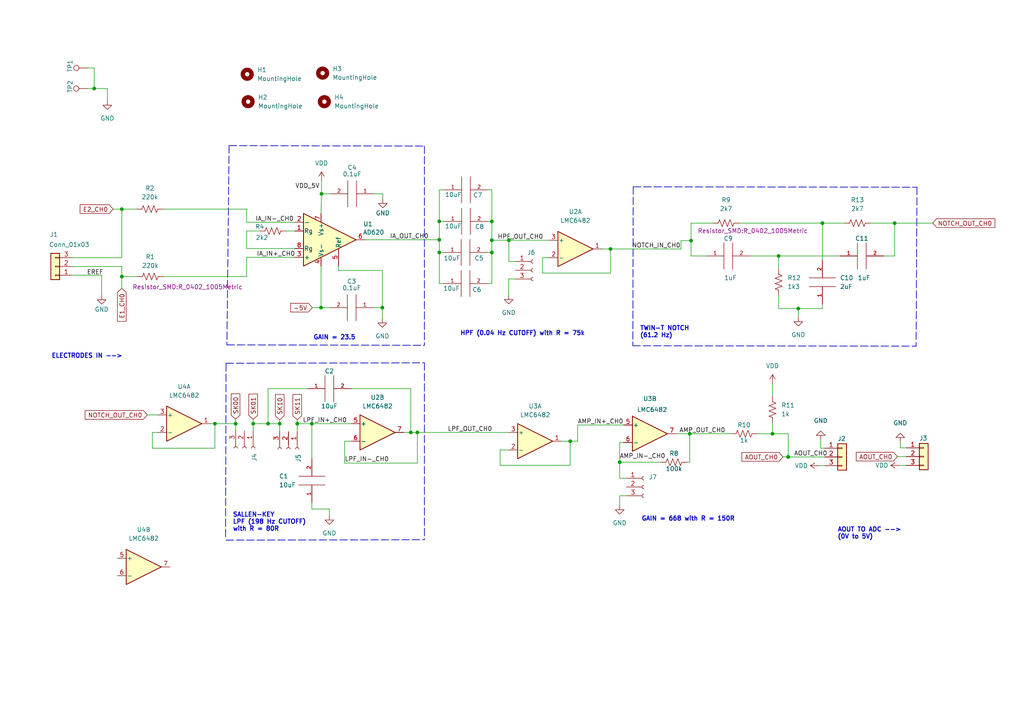
<source format=kicad_sch>
(kicad_sch (version 20211123) (generator eeschema)
  (paper "A4")
  (lib_symbols
    (symbol "Amplifier_Instrumentation:AD620" (pin_names (offset 0.127))
      (property "Reference" "U" (at 3.81 7.62 0))
      (property "Value" "AD620" (at 5.08 5.08 0))
      (symbol "AD620_0_1"
        (polyline (pts (xy -7.62 7.62) (xy -7.62 -7.62) (xy 7.62 0) (xy -7.62 7.62)) (stroke (width 0.254)) (fill (type background)))
      )
      (symbol "AD620_1_1"
        (pin passive line (at -10.16 2.54 0) (length 2.54) (name "Rg") (number "1"))
        (pin input line (at -10.16 5.08 0) (length 2.54) (name "-") (number "2"))
        (pin input line (at -10.16 -5.08 0) (length 2.54) (name "+") (number "3"))
        (pin power_in line (at -2.54 -7.62 90) (length 2.54) (name "Vs-") (number "4"))
        (pin passive line (at 2.54 -7.62 90) (length 5.08) (name "Ref") (number "5"))
        (pin output line (at 10.16 0 180) (length 2.54) (name "~") (number "6"))
        (pin power_in line (at -2.54 7.62 270) (length 2.54) (name "Vs+") (number "7"))
        (pin passive line (at -10.16 -2.54 0) (length 2.54) (name "Rg") (number "8"))
      )
    )
    (symbol "Amplifier_Operational:LMC6482" (pin_names (offset 0.127))
      (property "Reference" "U" (at 0 5.08 0))
      (property "Value" "LMC6482" (at 0 -5.08 0))
      (symbol "LMC6482_1_1"
        (polyline (pts (xy -5.08 5.08) (xy 5.08 0) (xy -5.08 -5.08) (xy -5.08 5.08)) (stroke (width 0.254)) (fill (type background)))
        (pin output line (at 7.62 0 180) (length 2.54) (name "~") (number "1"))
        (pin input line (at -7.62 -2.54 0) (length 2.54) (name "-") (number "2"))
        (pin input line (at -7.62 2.54 0) (length 2.54) (name "+") (number "3"))
      )
      (symbol "LMC6482_2_1"
        (polyline (pts (xy -5.08 5.08) (xy 5.08 0) (xy -5.08 -5.08) (xy -5.08 5.08)) (stroke (width 0.254)) (fill (type background)))
        (pin input line (at -7.62 2.54 0) (length 2.54) (name "+") (number "5"))
        (pin input line (at -7.62 -2.54 0) (length 2.54) (name "-") (number "6"))
        (pin output line (at 7.62 0 180) (length 2.54) (name "~") (number "7"))
      )
      (symbol "LMC6482_3_1"
        (pin power_in line (at -2.54 -7.62 90) (length 3.81) (name "V-") (number "4"))
        (pin power_in line (at -2.54 7.62 270) (length 3.81) (name "V+") (number "8"))
      )
    )
    (symbol "Connector:Conn_01x03_Female" (pin_names (offset 1.016) hide)
      (property "Reference" "J" (at 0 5.08 0))
      (property "Value" "Conn_01x03_Female" (at 0 -5.08 0))
      (symbol "Conn_01x03_Female_1_1"
        (arc (start 0 -2.032) (mid -0.508 -2.54) (end 0 -3.048) (stroke (width 0.1524)))
        (polyline (pts (xy -1.27 -2.54) (xy -0.508 -2.54)) (stroke (width 0.1524)))
        (polyline (pts (xy -1.27 0) (xy -0.508 0)) (stroke (width 0.1524)))
        (polyline (pts (xy -1.27 2.54) (xy -0.508 2.54)) (stroke (width 0.1524)))
        (arc (start 0 0.508) (mid -0.508 0) (end 0 -0.508) (stroke (width 0.1524)))
        (arc (start 0 3.048) (mid -0.508 2.54) (end 0 2.032) (stroke (width 0.1524)))
        (pin passive line (at -5.08 2.54 0) (length 3.81) (name "Pin_1") (number "1"))
        (pin passive line (at -5.08 0 0) (length 3.81) (name "Pin_2") (number "2"))
        (pin passive line (at -5.08 -2.54 0) (length 3.81) (name "Pin_3") (number "3"))
      )
    )
    (symbol "Connector:TestPoint" (pin_numbers hide) (pin_names (offset 0.762) hide)
      (property "Reference" "TP" (at 0 6.858 0))
      (property "Value" "TestPoint" (at 0 5.08 0))
      (symbol "TestPoint_0_1"
        (circle (center 0 3.302) (radius 0.762))
      )
      (symbol "TestPoint_1_1"
        (pin passive line (at 0 0 90) (length 2.54) (name "1") (number "1"))
      )
    )
    (symbol "Connector_Generic:Conn_01x03" (pin_names (offset 1.016) hide)
      (property "Reference" "J" (at 0 5.08 0))
      (property "Value" "Conn_01x03" (at 0 -5.08 0))
      (symbol "Conn_01x03_1_1"
        (rectangle (start -1.27 -2.413) (end 0 -2.667) (stroke (width 0.1524)))
        (rectangle (start -1.27 0.127) (end 0 -0.127) (stroke (width 0.1524)))
        (rectangle (start -1.27 2.667) (end 0 2.413) (stroke (width 0.1524)))
        (rectangle (start -1.27 3.81) (end 1.27 -3.81) (stroke (width 0.254)) (fill (type background)))
        (pin passive line (at -5.08 2.54 0) (length 3.81) (name "Pin_1") (number "1"))
        (pin passive line (at -5.08 0 0) (length 3.81) (name "Pin_2") (number "2"))
        (pin passive line (at -5.08 -2.54 0) (length 3.81) (name "Pin_3") (number "3"))
      )
    )
    (symbol "Device:R_US" (pin_numbers hide) (pin_names (offset 0))
      (property "Reference" "R" (at 2.54 0 90))
      (property "Value" "R_US" (at -2.54 0 90))
      (symbol "R_US_0_1"
        (polyline (pts (xy 0 -2.286) (xy 0 -2.54)))
        (polyline (pts (xy 0 2.286) (xy 0 2.54)))
        (polyline (pts (xy 0 -0.762) (xy 1.016 -1.143) (xy 0 -1.524) (xy -1.016 -1.905) (xy 0 -2.286)))
        (polyline (pts (xy 0 0.762) (xy 1.016 0.381) (xy 0 0) (xy -1.016 -0.381) (xy 0 -0.762)))
        (polyline (pts (xy 0 2.286) (xy 1.016 1.905) (xy 0 1.524) (xy -1.016 1.143) (xy 0 0.762)))
      )
      (symbol "R_US_1_1"
        (pin passive line (at 0 3.81 270) (length 1.27) (name "~") (number "1"))
        (pin passive line (at 0 -3.81 90) (length 1.27) (name "~") (number "2"))
      )
    )
    (symbol "Mechanical:MountingHole" (pin_names (offset 1.016))
      (property "Reference" "H" (at 0 5.08 0))
      (property "Value" "MountingHole" (at 0 3.175 0))
      (symbol "MountingHole_0_1"
        (circle (center 0 0) (radius 1.27) (stroke (width 1.27)))
      )
    )
    (symbol "power:GND" (power) (pin_names (offset 0))
      (property "Value" "GND" (at 0 -3.81 0))
      (symbol "GND_0_1"
        (polyline (pts (xy 0 0) (xy 0 -1.27) (xy 1.27 -1.27) (xy 0 -2.54) (xy -1.27 -1.27) (xy 0 -1.27)))
      )
      (symbol "GND_1_1"
        (pin power_in line (at 0 0 270) (length 0) hide (name "GND") (number "1"))
      )
    )
    (symbol "power:VDD" (power) (pin_names (offset 0))
      (property "Value" "VDD" (at 0 3.81 0))
      (symbol "VDD_0_1"
        (polyline (pts (xy -0.762 1.27) (xy 0 2.54)))
        (polyline (pts (xy 0 0) (xy 0 2.54)))
        (polyline (pts (xy 0 2.54) (xy 0.762 1.27)))
      )
      (symbol "VDD_1_1"
        (pin power_in line (at 0 0 90) (length 0) hide (name "VDD") (number "1"))
      )
    )
    (symbol "pspice:C" (pin_names (offset 0.254))
      (property "Reference" "C" (at 2.54 3.81 90))
      (property "Value" "C" (at 2.54 -3.81 90))
      (symbol "C_0_1"
        (polyline (pts (xy -3.81 -1.27) (xy 3.81 -1.27)))
        (polyline (pts (xy -3.81 1.27) (xy 3.81 1.27)))
      )
      (symbol "C_1_1"
        (pin passive line (at 0 6.35 270) (length 5.08) (name "~") (number "1"))
        (pin passive line (at 0 -6.35 90) (length 5.08) (name "~") (number "2"))
      )
    )
  )
  (junction (at 423.9006 105.4608))
  (junction (at 35.3314 60.6552))
  (junction (at 231.5464 89.4842))
  (junction (at 200.4314 69.7992))
  (junction (at 341.2236 81.5086))
  (junction (at 119.1514 125.4252))
  (junction (at 27.3304 25.6794))
  (junction (at 259.4864 64.7192))
  (junction (at 228.6 132.5372))
  (junction (at 423.8752 105.4608))
  (junction (at 423.8752 79.5528))
  (junction (at 86.2076 122.8852))
  (junction (at 177.0634 72.2122))
  (junction (at 376.1486 108.8136))
  (junction (at 127.4064 64.2112))
  (junction (at 93.1164 89.2302))
  (junction (at 142.6464 73.2282))
  (junction (at 228.6 132.5118))
  (junction (at 35.3314 80.2132))
  (junction (at 200.0504 125.8062))
  (junction (at 90.4494 122.8852))
  (junction (at 127.4064 69.5452))
  (junction (at 165.3794 127.9652))
  (junction (at 127.4064 73.2282))
  (junction (at 179.7304 134.0612))
  (junction (at 68.3514 122.8852))
  (junction (at 376.1486 81.5086))
  (junction (at 121.0564 125.4252))
  (junction (at 110.8964 89.2302))
  (junction (at 81.1276 122.8852))
  (junction (at 62.3316 122.8852))
  (junction (at 224.0534 125.8062))
  (junction (at 73.4314 122.8852))
  (junction (at 142.6464 64.2112))
  (junction (at 238.5314 64.7192))
  (junction (at 142.6464 69.6722))
  (junction (at 77.7494 122.8852))
  (junction (at 225.8314 74.2442))
  (junction (at 93.2434 56.2102))
  (junction (at 147.5994 69.6722))
  (junction (at 341.2236 108.8136))
  (wire (pts (xy 423.9006 120.7008) (xy 423.9006 122.6058)))
  (wire (pts (xy 35.3314 80.2132) (xy 39.7764 80.2132)))
  (wire (pts (xy 121.0564 125.4252) (xy 147.5994 125.4252)))
  (wire (pts (xy 119.1514 112.7252) (xy 119.1514 125.4252)))
  (wire (pts (xy 95.5294 147.6502) (xy 95.5294 149.5552)))
  (wire (pts (xy 98.1964 77.1652) (xy 98.1964 78.4352)))
  (wire (pts (xy 35.3314 60.6552) (xy 39.6494 60.6552)))
  (wire (pts (xy 145.0594 130.5052) (xy 145.0594 134.9502)))
  (wire (pts (xy 119.1514 125.4252) (xy 121.0564 125.4252)))
  (wire (pts (xy 127.4064 69.5452) (xy 127.4064 73.2282)))
  (wire (pts (xy 31.1404 29.2354) (xy 31.1404 25.6794)))
  (wire (pts (xy 21.1074 79.8322) (xy 29.4894 79.8322)))
  (wire (pts (xy 127.4064 73.2282) (xy 127.4064 82.2452)))
  (wire (pts (xy 77.7494 112.7252) (xy 89.1794 112.7252)))
  (wire (pts (xy 225.8314 89.4842) (xy 231.5464 89.4842)))
  (polyline (pts (xy 123.0884 105.2322) (xy 123.0884 156.5402)) (stroke (width 0.2)))
  (wire (pts (xy 197.5104 69.7992) (xy 200.4314 69.7992)))
  (polyline (pts (xy 183.6674 54.1782) (xy 265.9634 54.3052)) (stroke (width 0.2)))
  (wire (pts (xy 127.4064 64.2112) (xy 128.8034 64.2112)))
  (wire (pts (xy 228.6 132.5118) (xy 228.6 132.5372)))
  (wire (pts (xy 86.2076 121.7422) (xy 86.2076 122.8852)))
  (wire (pts (xy 44.196 129.9972) (xy 62.3316 129.9972)))
  (wire (pts (xy 142.6464 55.0672) (xy 142.6464 64.2112)))
  (wire (pts (xy 73.4314 122.8852) (xy 77.7494 122.8852)))
  (wire (pts (xy 157.3784 79.1972) (xy 177.0634 79.1972)))
  (wire (pts (xy 200.0504 134.0612) (xy 200.0504 125.8062)))
  (wire (pts (xy 423.9006 105.4608) (xy 423.8752 105.4608)))
  (wire (pts (xy 90.4494 122.8852) (xy 101.8794 122.8852)))
  (wire (pts (xy 141.5034 64.2112) (xy 142.6464 64.2112)))
  (wire (pts (xy 332.3336 81.5086) (xy 341.2236 81.5086)))
  (wire (pts (xy 199.2884 134.0612) (xy 200.0504 134.0612)))
  (wire (pts (xy 159.2834 74.7522) (xy 157.3784 74.7522)))
  (wire (pts (xy 214.4014 64.7192) (xy 238.5314 64.7192)))
  (wire (pts (xy 259.4864 74.2442) (xy 259.4864 64.7192)))
  (wire (pts (xy 423.9006 108.0008) (xy 423.9006 105.4608)))
  (polyline (pts (xy 66.4464 42.2402) (xy 123.0884 42.3672)) (stroke (width 0.2)))
  (wire (pts (xy 35.3314 60.6552) (xy 35.3314 74.7522)))
  (wire (pts (xy 25.4254 19.7104) (xy 27.3304 19.7104)))
  (wire (pts (xy 142.6464 73.2282) (xy 142.6464 82.2452)))
  (wire (pts (xy 260.9088 134.9756) (xy 262.8392 134.9756)))
  (wire (pts (xy 71.5264 67.0052) (xy 71.5264 72.0852)))
  (wire (pts (xy 68.3514 124.9426) (xy 68.3514 122.8852)))
  (wire (pts (xy 90.4494 122.8852) (xy 90.4494 133.0452)))
  (wire (pts (xy 142.6464 64.2112) (xy 142.6464 69.6722)))
  (wire (pts (xy 225.8314 74.2442) (xy 243.6114 74.2442)))
  (wire (pts (xy 147.5486 80.9244) (xy 147.5486 85.598)))
  (polyline (pts (xy 65.5574 105.3592) (xy 123.0884 105.2322)) (stroke (width 0.2)))
  (wire (pts (xy 141.3764 73.2282) (xy 142.6464 73.2282)))
  (wire (pts (xy 27.3304 25.6794) (xy 25.4254 25.6794)))
  (wire (pts (xy 341.2236 79.6036) (xy 341.2236 81.5086)))
  (wire (pts (xy 141.5034 55.0672) (xy 142.6464 55.0672)))
  (wire (pts (xy 128.8034 55.0672) (xy 127.4064 55.0672)))
  (wire (pts (xy 231.5464 89.4842) (xy 238.5314 89.4842)))
  (wire (pts (xy 86.2076 122.8852) (xy 86.2076 125.1966)))
  (wire (pts (xy 93.2434 56.2102) (xy 95.7834 56.2102)))
  (wire (pts (xy 71.5264 80.2132) (xy 71.5264 74.6252)))
  (wire (pts (xy 71.5264 64.4652) (xy 85.4964 64.4652)))
  (wire (pts (xy 224.0534 111.2012) (xy 224.0534 115.0112)))
  (wire (pts (xy 27.3304 19.7104) (xy 27.3304 25.6794)))
  (wire (pts (xy 90.4494 145.7452) (xy 90.4494 147.6502)))
  (wire (pts (xy 225.8314 74.2442) (xy 225.8314 78.0542)))
  (wire (pts (xy 81.1276 125.1966) (xy 81.1276 122.8852)))
  (wire (pts (xy 127.4064 73.2282) (xy 128.6764 73.2282)))
  (polyline (pts (xy 66.4464 42.2402) (xy 65.8114 100.0252)) (stroke (width 0.2)))
  (wire (pts (xy 225.8314 85.6742) (xy 225.8314 89.4842)))
  (wire (pts (xy 373.6086 108.8136) (xy 376.1486 108.8136)))
  (wire (pts (xy 177.0634 72.2122) (xy 197.5104 72.2122)))
  (wire (pts (xy 21.1074 77.2922) (xy 35.3314 77.2922)))
  (polyline (pts (xy 318.6176 67.5386) (xy 399.6436 67.1576)) (stroke (width 0.2)))
  (wire (pts (xy 42.7228 120.3452) (xy 45.7962 120.3452)))
  (wire (pts (xy 260.2738 132.4356) (xy 262.8392 132.4356)))
  (wire (pts (xy 204.8764 74.2442) (xy 200.4314 74.2442)))
  (wire (pts (xy 61.0362 122.8852) (xy 62.3316 122.8852)))
  (polyline (pts (xy 65.8114 100.0252) (xy 123.0884 100.1522)) (stroke (width 0.2)))
  (polyline (pts (xy 65.5574 105.4862) (xy 65.4304 156.4132)) (stroke (width 0.2)))
  (wire (pts (xy 376.1486 124.0536) (xy 376.1486 125.9586)))
  (wire (pts (xy 167.5384 123.2662) (xy 167.5384 127.9652)))
  (wire (pts (xy 71.5264 74.6252) (xy 85.4964 74.6252)))
  (wire (pts (xy 117.1194 125.4252) (xy 119.1514 125.4252)))
  (wire (pts (xy 86.2076 122.8852) (xy 90.4494 122.8852)))
  (wire (pts (xy 75.3364 67.0052) (xy 71.5264 67.0052)))
  (wire (pts (xy 99.9744 134.3152) (xy 99.9744 127.9652)))
  (wire (pts (xy 147.5994 69.6722) (xy 147.5994 75.8444)))
  (wire (pts (xy 147.5994 69.6722) (xy 159.2834 69.6722)))
  (wire (pts (xy 228.6254 132.5372) (xy 239.1664 132.5372)))
  (wire (pts (xy 47.2694 60.6552) (xy 71.5264 60.6552)))
  (wire (pts (xy 47.3964 80.2132) (xy 71.5264 80.2132)))
  (wire (pts (xy 165.3794 127.9652) (xy 167.5384 127.9652)))
  (wire (pts (xy 71.5264 72.0852) (xy 85.4964 72.0852)))
  (wire (pts (xy 238.5314 64.7192) (xy 244.8814 64.7192)))
  (wire (pts (xy 181.6354 138.7094) (xy 179.7304 138.7094)))
  (wire (pts (xy 196.1134 125.8062) (xy 200.0504 125.8062)))
  (wire (pts (xy 261.112 129.8956) (xy 262.8392 129.8956)))
  (wire (pts (xy 77.7494 122.8852) (xy 81.1276 122.8852)))
  (wire (pts (xy 217.5764 74.2442) (xy 225.8314 74.2442)))
  (wire (pts (xy 111.0234 56.2102) (xy 111.0234 57.7342)))
  (wire (pts (xy 177.0634 72.2122) (xy 174.5234 72.2122)))
  (wire (pts (xy 365.3536 81.5086) (xy 376.1486 81.5086)))
  (polyline (pts (xy 318.7446 138.0236) (xy 318.6176 67.5386)) (stroke (width 0.2)))
  (wire (pts (xy 121.0564 134.3152) (xy 121.0564 125.4252)))
  (wire (pts (xy 179.7304 128.3462) (xy 180.8734 128.3462)))
  (wire (pts (xy 227.1014 132.5118) (xy 228.6 132.5118)))
  (wire (pts (xy 81.1276 121.7422) (xy 81.1276 122.8852)))
  (wire (pts (xy 110.8964 78.4352) (xy 110.8964 89.2302)))
  (wire (pts (xy 421.3606 105.4608) (xy 423.8752 105.4608)))
  (wire (pts (xy 341.2236 81.5086) (xy 341.2236 90.3986)))
  (wire (pts (xy 82.9564 67.0052) (xy 85.4964 67.0052)))
  (wire (pts (xy 376.1486 79.6036) (xy 376.1486 81.5086)))
  (wire (pts (xy 231.5464 89.4842) (xy 231.5464 92.0242)))
  (wire (pts (xy 256.3114 74.2442) (xy 259.4864 74.2442)))
  (wire (pts (xy 127.4064 64.2112) (xy 127.4064 69.5452)))
  (wire (pts (xy 219.6084 125.8062) (xy 224.0534 125.8062)))
  (wire (pts (xy 35.3314 80.2132) (xy 35.3314 83.6422)))
  (wire (pts (xy 238.0488 127.5334) (xy 238.0488 129.9972)))
  (wire (pts (xy 413.0802 79.5528) (xy 423.8752 79.5528)))
  (wire (pts (xy 44.196 125.4252) (xy 44.196 129.9972)))
  (wire (pts (xy 332.3336 84.0486) (xy 332.3336 81.5086)))
  (wire (pts (xy 127.4064 82.2452) (xy 128.6764 82.2452)))
  (wire (pts (xy 197.5104 72.2122) (xy 197.5104 69.7992)))
  (wire (pts (xy 423.8752 77.6478) (xy 423.8752 79.5528)))
  (wire (pts (xy 108.3564 89.2302) (xy 110.8964 89.2302)))
  (polyline (pts (xy 183.5404 100.2792) (xy 265.7094 100.4062)) (stroke (width 0.2)))
  (wire (pts (xy 179.7304 134.0612) (xy 191.6684 134.0612)))
  (polyline (pts (xy 265.9634 54.3052) (xy 265.7094 100.4062)) (stroke (width 0.2)))
  (wire (pts (xy 77.7494 112.7252) (xy 77.7494 122.8852)))
  (wire (pts (xy 90.5764 89.2302) (xy 93.1164 89.2302)))
  (wire (pts (xy 99.9744 127.9652) (xy 101.8794 127.9652)))
  (wire (pts (xy 31.1404 25.6794) (xy 27.3304 25.6794)))
  (wire (pts (xy 93.2434 56.2102) (xy 93.1164 61.9252)))
  (wire (pts (xy 29.4894 79.8322) (xy 29.4894 85.6742)))
  (wire (pts (xy 147.5994 130.5052) (xy 145.0594 130.5052)))
  (wire (pts (xy 365.3536 96.7486) (xy 365.3536 98.6536)))
  (wire (pts (xy 90.4494 147.6502) (xy 95.5294 147.6502)))
  (wire (pts (xy 224.0534 125.8062) (xy 224.0534 122.6312)))
  (wire (pts (xy 127.4064 55.0672) (xy 127.4064 64.2112)))
  (wire (pts (xy 177.0634 79.1972) (xy 177.0634 72.2122)))
  (wire (pts (xy 35.3314 77.2922) (xy 35.3314 80.2132)))
  (wire (pts (xy 238.5314 89.4842) (xy 238.5314 88.2142)))
  (polyline (pts (xy 183.6674 54.1782) (xy 183.5404 100.2792)) (stroke (width 0.2)))
  (wire (pts (xy 142.6464 82.2452) (xy 141.3764 82.2452)))
  (wire (pts (xy 99.9744 134.3152) (xy 121.0564 134.3152)))
  (wire (pts (xy 157.3784 74.7522) (xy 157.3784 79.1972)))
  (wire (pts (xy 145.0594 134.9502) (xy 165.3794 134.9502)))
  (wire (pts (xy 149.5044 80.9244) (xy 147.5486 80.9244)))
  (wire (pts (xy 93.2434 52.4002) (xy 93.2434 56.2102)))
  (wire (pts (xy 413.0802 94.7928) (xy 413.0802 96.6978)))
  (wire (pts (xy 110.8964 89.2302) (xy 110.8964 92.4052)))
  (wire (pts (xy 73.4314 122.8852) (xy 73.4314 124.9426)))
  (wire (pts (xy 73.4314 121.6152) (xy 73.4314 122.8852)))
  (wire (pts (xy 62.3316 122.8852) (xy 68.3514 122.8852)))
  (wire (pts (xy 252.5014 64.7192) (xy 259.4864 64.7192)))
  (wire (pts (xy 341.2236 124.0536) (xy 341.2236 125.9586)))
  (wire (pts (xy 238.5314 64.7192) (xy 238.5314 75.5142)))
  (wire (pts (xy 181.6354 143.7894) (xy 179.7304 143.7894)))
  (wire (pts (xy 423.8752 79.5528) (xy 423.8752 86.5378)))
  (wire (pts (xy 200.4314 64.7192) (xy 200.4314 69.7992)))
  (wire (pts (xy 93.1164 89.2302) (xy 95.6564 89.2302)))
  (wire (pts (xy 365.3536 84.0486) (xy 365.3536 81.5086)))
  (wire (pts (xy 32.7914 60.6552) (xy 35.3314 60.6552)))
  (wire (pts (xy 179.7304 143.7894) (xy 179.7304 146.5834)))
  (wire (pts (xy 142.6464 69.6722) (xy 147.5994 69.6722)))
  (wire (pts (xy 238.0488 129.9972) (xy 239.1664 129.9972)))
  (wire (pts (xy 142.6464 69.6722) (xy 142.6464 73.2282)))
  (wire (pts (xy 200.4314 69.7992) (xy 200.4314 74.2442)))
  (wire (pts (xy 93.1164 77.1652) (xy 93.1164 89.2302)))
  (wire (pts (xy 413.0802 82.0928) (xy 413.0802 79.5528)))
  (wire (pts (xy 228.6254 125.8062) (xy 228.6254 132.5372)))
  (wire (pts (xy 224.0534 125.8062) (xy 228.6254 125.8062)))
  (wire (pts (xy 376.1486 81.5086) (xy 376.1486 88.4936)))
  (polyline (pts (xy 123.0884 42.3672) (xy 123.0884 100.1522)) (stroke (width 0.2)))
  (wire (pts (xy 341.2236 105.6386) (xy 341.2236 108.8136)))
  (wire (pts (xy 165.3794 134.9502) (xy 165.3794 127.9652)))
  (wire (pts (xy 376.1486 103.7336) (xy 376.1486 108.8136)))
  (wire (pts (xy 162.8394 127.9652) (xy 165.3794 127.9652)))
  (polyline (pts (xy 65.5574 156.6672) (xy 123.0884 156.5402)) (stroke (width 0.2)))
  (wire (pts (xy 376.1486 108.8136) (xy 376.1486 111.3536)))
  (wire (pts (xy 341.2236 108.8136) (xy 341.2236 111.3536)))
  (wire (pts (xy 237.5662 135.0772) (xy 239.1664 135.0772)))
  (wire (pts (xy 62.3316 129.9972) (xy 62.3316 122.8852)))
  (wire (pts (xy 21.1074 74.7522) (xy 35.3314 74.7522)))
  (wire (pts (xy 167.5384 123.2662) (xy 180.8734 123.2662)))
  (wire (pts (xy 423.8752 101.7778) (xy 423.8752 105.4608)))
  (wire (pts (xy 45.7962 125.4252) (xy 44.196 125.4252)))
  (wire (pts (xy 179.7304 134.0612) (xy 179.7304 138.7094)))
  (wire (pts (xy 68.326 121.5644) (xy 68.3514 122.8852)))
  (wire (pts (xy 105.8164 69.5452) (xy 127.4064 69.5452)))
  (wire (pts (xy 200.0504 125.8062) (xy 211.9884 125.8062)))
  (wire (pts (xy 179.7304 134.0612) (xy 179.7304 128.3462)))
  (wire (pts (xy 149.5044 75.8444) (xy 147.5994 75.8444)))
  (wire (pts (xy 101.8794 112.7252) (xy 119.1514 112.7252)))
  (wire (pts (xy 338.0486 108.8136) (xy 341.2236 108.8136)))
  (wire (pts (xy 332.3336 96.7486) (xy 332.3336 98.6536)))
  (wire (pts (xy 98.1964 78.4352) (xy 110.8964 78.4352)))
  (wire (pts (xy 71.5264 60.6552) (xy 71.5264 64.4652)))
  (wire (pts (xy 200.4314 64.7192) (xy 206.7814 64.7192)))
  (wire (pts (xy 108.4834 56.2102) (xy 111.0234 56.2102)))
  (wire (pts (xy 261.112 128.1938) (xy 261.112 129.8956)))
  (wire (pts (xy 259.4864 64.7192) (xy 270.5354 64.7192)))
  (text "GAIN = 23.5" (at 90.8304 98.7298 0) (effects (font (size 1.27 1.27) (thickness 0.254) bold) (justify left bottom)))
  (text "TWIN-T NOTCH\n(61.2 Hz)" (at 185.5724 98.1202 0) (effects (font (size 1.27 1.27) (thickness 0.254) bold) (justify left bottom)))
  (text "layout: place caps close \nto the amplifier power rails" (at 332.5114 139.2174 0) (effects (font (size 1.27 1.27)) (justify left bottom)))
  (text "HPF (0.04 Hz CUTOFF) with R = 75k" (at 133.4262 97.5106 0) (effects (font (size 1.27 1.27) (thickness 0.254) bold) (justify left bottom)))
  (text "GAIN = 668 with R = 150R" (at 186.0042 151.3078 0) (effects (font (size 1.27 1.27) (thickness 0.254) bold) (justify left bottom)))
  (text "SALLEN-KEY\nLPF (198 Hz CUTOFF)\nwith R = 80R" (at 67.4624 154.2542 0) (effects (font (size 1.27 1.27) (thickness 0.254) bold) (justify left bottom)))
  (text "ELECTRODES IN -->" (at 14.8844 104.0892 0) (effects (font (size 1.27 1.27) (thickness 0.254) bold) (justify left bottom)))
  (text "AOUT TO ADC -->\n(0V to 5V)" (at 242.8748 156.5148 0) (effects (font (size 1.27 1.27) (thickness 0.254) bold) (justify left bottom)))
  (label "AOUT_CH0" (at 230.2764 132.5372 0))
  (label "AMP_IN-_CH0" (at 179.7304 133.2992 0))
  (label "LPF_OUT_CH0" (at 129.8194 125.4252 0))
  (label "VDD_5V" (at 377.4186 83.4136 0))
  (label "EREF" (at 25.1714 79.9592 0))
  (label "IA_OUT_CH0" (at 113.0554 69.5452 0))
  (label "HPF_OUT_CH0" (at 144.2974 69.6722 0))
  (label "VDD_5V" (at 342.4936 83.4136 0))
  (label "IA_IN-_CH0" (at 74.0664 64.4652 0))
  (label "NOTCH_IN_CH0" (at 183.2864 72.2122 0))
  (label "LPF_IN+_CH0" (at 87.7824 122.8852 0))
  (label "IA_IN+_CH0" (at 74.4474 74.6252 0))
  (label "LPF_IN-_CH0" (at 99.9744 134.1882 0))
  (label "AMP_IN+_CH0" (at 167.5384 123.2662 0))
  (label "AMP_OUT_CH0" (at 197.0024 125.8062 0))
  (label "VDD_5V" (at 85.6234 54.9402 0))
  (global_label "SK10" (shape input) (at 81.1276 121.7422 90) (property "Intersheet References" "${INTERSHEET_REFS}" (effects hide)))
  (global_label "NOTCH_OUT_CH0" (shape input) (at 42.7228 120.3452 180) (property "Intersheet References" "${INTERSHEET_REFS}" (effects hide)))
  (global_label "-5V" (shape input) (at 338.0486 108.8136 180) (property "Intersheet References" "${INTERSHEET_REFS}" (effects hide)))
  (global_label "E1_CH0" (shape input) (at 35.3314 83.6422 270) (property "Intersheet References" "${INTERSHEET_REFS}" (effects hide)))
  (global_label "-5V" (shape input) (at 421.3606 105.4608 180) (property "Intersheet References" "${INTERSHEET_REFS}" (effects hide)))
  (global_label "E2_CH0" (shape input) (at 32.7914 60.6552 180) (property "Intersheet References" "${INTERSHEET_REFS}" (effects hide)))
  (global_label "-5V" (shape input) (at 373.6086 108.8136 180) (property "Intersheet References" "${INTERSHEET_REFS}" (effects hide)))
  (global_label "SK11" (shape input) (at 86.2076 121.7422 90) (property "Intersheet References" "${INTERSHEET_REFS}" (effects hide)))
  (global_label "SK00" (shape input) (at 68.326 121.5644 90) (property "Intersheet References" "${INTERSHEET_REFS}" (effects hide)))
  (global_label "NOTCH_OUT_CH0" (shape input) (at 270.5354 64.7192 0) (property "Intersheet References" "${INTERSHEET_REFS}" (effects hide)))
  (global_label "SK01" (shape input) (at 73.4314 121.6152 90) (property "Intersheet References" "${INTERSHEET_REFS}" (effects hide)))
  (global_label "-5V" (shape input) (at 90.5764 89.2302 180) (property "Intersheet References" "${INTERSHEET_REFS}" (effects hide)))
  (global_label "AOUT_CH0" (shape input) (at 260.2738 132.4356 180) (property "Intersheet References" "${INTERSHEET_REFS}" (effects hide)))
  (global_label "AOUT_CH0" (shape input) (at 227.1014 132.5118 180) (property "Intersheet References" "${INTERSHEET_REFS}" (effects hide)))
  (symbol (lib_id "power:VDD") (at 260.9088 134.9756 90) (unit 1)
    (property "Reference" "#PWR03" (effects hide))
    (property "Value" "VDD" (at 257.683 134.9755 90) (effects (justify left)))
  )
  (symbol (lib_id "pspice:C") (at 102.1334 56.2102 270) (unit 1)
    (property "Reference" "C4" (at 102.1334 48.5902 90))
    (property "Value" "0.1uF" (at 102.1334 50.4952 90))
    (property "Footprint" "Capacitor_SMD:C_0402_1005Metric" (effects hide))
  )
  (symbol (lib_id "Mechanical:MountingHole") (at 94.0816 29.4894 0) (unit 1)
    (property "Reference" "H4" (at 96.9518 28.2193 0) (effects (justify left)))
    (property "Value" "MountingHole" (at 96.9518 30.7593 0) (effects (justify left)))
    (property "Footprint" "MountingHole:MountingHole_2.2mm_M2" (effects hide))
  )
  (symbol (lib_id "pspice:C") (at 135.1534 64.2112 90) (unit 1)
    (property "Reference" "C8" (at 139.0904 65.7352 90))
    (property "Value" "10uF" (at 131.4704 65.6082 90))
    (property "Footprint" "Capacitor_SMD:C_0402_1005Metric" (effects hide))
  )
  (symbol (lib_id "Device:R_US") (at 79.1464 67.0052 270) (unit 1)
    (property "Reference" "R4" (at 75.3364 65.7352 90))
    (property "Value" "2k2" (at 75.9714 68.9102 90))
    (property "Footprint" "Resistor_SMD:R_0603_1608Metric" (effects hide))
  )
  (symbol (lib_id "power:GND") (at 231.5464 92.0242 0) (unit 1)
    (property "Reference" "#PWR011" (effects hide))
    (property "Value" "GND" (at 231.5464 97.1042 0))
  )
  (symbol (lib_id "power:VDD") (at 237.5662 135.0772 90) (unit 1)
    (property "Reference" "#PWR0101" (effects hide))
    (property "Value" "VDD" (at 234.3404 135.0771 90) (effects (justify left)))
  )
  (symbol (lib_id "Amplifier_Operational:LMC6482") (at 378.6886 96.1136 0) (unit 3)
    (property "Reference" "U2" (at 376.7836 94.8435 0) (effects (justify left)))
    (property "Value" "LMC6482" (at 376.7836 97.3835 0) (effects (justify left)))
    (property "Footprint" "Package_SO:SOIC-8_3.9x4.9mm_P1.27mm" (effects hide))
    (property "Datasheet" "http://www.ti.com/lit/ds/symlink/lmc6482.pdf" (effects hide))
  )
  (symbol (lib_id "Connector:Conn_01x03_Female") (at 70.8914 130.0226 270) (unit 1)
    (property "Reference" "J4" (at 73.7616 131.4704 0) (effects (justify left)))
    (property "Value" "Conn_01x03_Female" (effects hide))
    (property "Footprint" "Connector_PinHeader_1.27mm:PinHeader_1x03_P1.27mm_Vertical" (effects hide))
  )
  (symbol (lib_id "Device:R_US") (at 195.4784 134.0612 270) (unit 1)
    (property "Reference" "R8" (at 195.4784 131.5212 90))
    (property "Value" "100k" (at 195.4784 135.9662 90))
    (property "Footprint" "Resistor_SMD:R_0402_1005Metric" (effects hide))
  )
  (symbol (lib_id "pspice:C") (at 95.5294 112.7252 90) (unit 1)
    (property "Reference" "C2" (at 95.5294 107.6452 90))
    (property "Value" "10uF" (at 95.5294 117.8052 90))
    (property "Footprint" "Capacitor_SMD:C_0402_1005Metric" (effects hide))
  )
  (symbol (lib_id "pspice:C") (at 238.5314 81.8642 180) (unit 1)
    (property "Reference" "C10" (at 243.6114 80.5941 0) (effects (justify right)))
    (property "Value" "2uF" (at 243.6114 83.1342 0) (effects (justify right)))
    (property "Footprint" "Capacitor_SMD:C_0402_1005Metric" (effects hide))
  )
  (symbol (lib_id "power:VDD") (at 93.2434 52.4002 0) (unit 1)
    (property "Reference" "#PWR04" (effects hide))
    (property "Value" "VDD" (at 93.2434 47.3202 0))
  )
  (symbol (lib_id "pspice:C") (at 135.1534 55.0672 90) (unit 1)
    (property "Reference" "C7" (at 138.5824 56.5912 90))
    (property "Value" "10uF" (at 131.4704 56.4642 90))
    (property "Footprint" "Capacitor_SMD:C_0402_1005Metric" (effects hide))
  )
  (symbol (lib_id "pspice:C") (at 249.9614 74.2442 90) (unit 1)
    (property "Reference" "C11" (at 249.9614 69.1642 90))
    (property "Value" "1uF" (at 250.5964 80.5942 90))
    (property "Footprint" "Capacitor_SMD:C_0402_1005Metric" (effects hide))
  )
  (symbol (lib_id "pspice:C") (at 332.3336 90.3986 180) (unit 1)
    (property "Reference" "C12" (at 324.3326 88.4936 0) (effects (justify right)))
    (property "Value" "0.1uF" (at 322.1736 91.0336 0) (effects (justify right)))
    (property "Footprint" "Capacitor_SMD:C_0402_1005Metric" (effects hide))
  )
  (symbol (lib_id "Device:R_US") (at 210.5914 64.7192 270) (unit 1)
    (property "Reference" "R9" (at 210.5914 57.9882 90))
    (property "Value" "2k7" (at 210.5914 60.5282 90))
    (property "Footprint" "Resistor_SMD:R_0402_1005Metric" (at 218.3384 66.9544 90))
  )
  (symbol (lib_id "Amplifier_Operational:LMC6482") (at 343.7636 98.0186 0) (unit 3)
    (property "Reference" "U3" (at 342.4936 96.7485 0) (effects (justify left)))
    (property "Value" "LMC6482" (at 342.4936 99.2885 0) (effects (justify left)))
    (property "Footprint" "Package_SO:SOIC-8_3.9x4.9mm_P1.27mm" (effects hide))
    (property "Datasheet" "http://www.ti.com/lit/ds/symlink/lmc6482.pdf" (effects hide))
  )
  (symbol (lib_id "pspice:C") (at 341.2236 117.7036 180) (unit 1)
    (property "Reference" "C13" (at 346.3036 116.4335 0) (effects (justify right)))
    (property "Value" "0.1uF" (at 346.3036 118.9735 0) (effects (justify right)))
    (property "Footprint" "Capacitor_SMD:C_0402_1005Metric" (effects hide))
  )
  (symbol (lib_id "Connector:Conn_01x03_Female") (at 83.6676 130.2766 270) (unit 1)
    (property "Reference" "J5" (at 86.5378 131.7244 0) (effects (justify left)))
    (property "Value" "Conn_01x03_Female" (effects hide))
    (property "Footprint" "Connector_PinHeader_1.27mm:PinHeader_1x03_P1.27mm_Vertical" (effects hide))
  )
  (symbol (lib_id "power:GND") (at 413.0802 96.6978 0) (unit 1)
    (property "Reference" "#PWR020" (effects hide))
    (property "Value" "GND" (at 413.0802 101.7778 0))
  )
  (symbol (lib_id "Device:R_US") (at 43.4594 60.6552 90) (unit 1)
    (property "Reference" "R2" (at 43.4594 54.61 90))
    (property "Value" "220k" (at 43.4594 57.15 90))
    (property "Footprint" "Resistor_SMD:R_0402_1005Metric" (effects hide))
  )
  (symbol (lib_id "Device:R_US") (at 43.5864 80.2132 90) (unit 1)
    (property "Reference" "R1" (at 43.5864 74.4982 90))
    (property "Value" "220k" (at 43.5864 77.0382 90))
    (property "Footprint" "Resistor_SMD:R_0402_1005Metric" (at 54.4068 83.2358 90))
  )
  (symbol (lib_id "power:GND") (at 423.9006 122.6058 0) (unit 1)
    (property "Reference" "#PWR022" (effects hide))
    (property "Value" "GND" (at 423.9006 127.6858 0))
  )
  (symbol (lib_id "Connector:TestPoint") (at 25.4254 19.7104 90) (unit 1)
    (property "Reference" "TP1" (at 20.3454 20.9804 0) (effects (justify left)))
    (property "Value" "TestPoint" (effects hide))
    (property "Footprint" "TestPoint:TestPoint_Pad_1.0x1.0mm" (effects hide))
  )
  (symbol (lib_id "power:GND") (at 238.0488 127.5334 180) (unit 1)
    (property "Reference" "#PWR012" (effects hide))
    (property "Value" "GND" (at 238.0488 122.0216 0))
  )
  (symbol (lib_id "power:GND") (at 179.7304 146.5834 0) (unit 1)
    (property "Reference" "#PWR09" (effects hide))
    (property "Value" "GND" (at 179.7304 151.6634 0))
  )
  (symbol (lib_id "Connector:Conn_01x03_Female") (at 186.7154 141.2494 0) (unit 1)
    (property "Reference" "J7" (at 188.1632 138.3792 0) (effects (justify left)))
    (property "Value" "Conn_01x03_Female" (effects hide))
    (property "Footprint" "Connector_PinHeader_1.27mm:PinHeader_1x03_P1.27mm_Vertical" (effects hide))
  )
  (symbol (lib_id "Amplifier_Operational:LMC6482") (at 426.4152 94.1578 0) (unit 3)
    (property "Reference" "U4" (at 425.2722 92.8877 0) (effects (justify left)))
    (property "Value" "LMC6482" (at 425.2722 95.4277 0) (effects (justify left)))
    (property "Footprint" "Package_SO:SOIC-8_3.9x4.9mm_P1.27mm" (effects hide))
    (property "Datasheet" "http://www.ti.com/lit/ds/symlink/lmc6482.pdf" (effects hide))
  )
  (symbol (lib_id "power:GND") (at 376.1486 125.9586 0) (unit 1)
    (property "Reference" "#PWR018" (effects hide))
    (property "Value" "GND" (at 376.1486 131.0386 0))
  )
  (symbol (lib_id "power:GND") (at 111.0234 57.7342 0) (unit 1)
    (property "Reference" "#PWR07" (effects hide))
    (property "Value" "GND" (at 111.0234 61.7982 0))
  )
  (symbol (lib_id "Amplifier_Operational:LMC6482") (at 166.9034 72.2122 0) (unit 1)
    (property "Reference" "U2" (at 166.9034 61.4172 0))
    (property "Value" "LMC6482" (at 166.9034 63.9572 0))
    (property "Footprint" "Package_SO:SOIC-8_3.9x4.9mm_P1.27mm" (effects hide))
    (property "Datasheet" "http://www.ti.com/lit/ds/symlink/lmc6482.pdf" (effects hide))
  )
  (symbol (lib_id "power:GND") (at 261.112 128.1938 180) (unit 1)
    (property "Reference" "#PWR019" (effects hide))
    (property "Value" "GND" (at 261.112 122.682 0))
  )
  (symbol (lib_id "Amplifier_Operational:LMC6482") (at 53.4162 122.8852 0) (unit 1)
    (property "Reference" "U4" (at 53.4162 112.141 0))
    (property "Value" "LMC6482" (at 53.4162 114.681 0))
    (property "Footprint" "Package_SO:SOIC-8_3.9x4.9mm_P1.27mm" (effects hide))
    (property "Datasheet" "http://www.ti.com/lit/ds/symlink/lmc6482.pdf" (effects hide))
  )
  (symbol (lib_id "pspice:C") (at 135.0264 73.2282 90) (unit 1)
    (property "Reference" "C5" (at 138.9634 74.8792 90))
    (property "Value" "10uF" (at 131.0894 74.8792 90))
    (property "Footprint" "Capacitor_SMD:C_0402_1005Metric" (effects hide))
  )
  (symbol (lib_id "pspice:C") (at 413.0802 88.4428 180) (unit 1)
    (property "Reference" "C16" (at 406.7302 86.5378 0) (effects (justify right)))
    (property "Value" "0.1uF" (at 403.5552 89.0778 0) (effects (justify right)))
    (property "Footprint" "Capacitor_SMD:C_0402_1005Metric" (effects hide))
  )
  (symbol (lib_id "Mechanical:MountingHole") (at 71.9582 29.4894 0) (unit 1)
    (property "Reference" "H2" (at 74.8284 28.2193 0) (effects (justify left)))
    (property "Value" "MountingHole" (at 74.8284 30.7593 0) (effects (justify left)))
    (property "Footprint" "MountingHole:MountingHole_2.2mm_M2" (effects hide))
  )
  (symbol (lib_id "power:GND") (at 31.1404 29.2354 0) (unit 1)
    (property "Reference" "#PWR01" (effects hide))
    (property "Value" "GND" (at 31.1404 34.3154 0))
  )
  (symbol (lib_id "Connector:TestPoint") (at 25.4254 25.6794 90) (unit 1)
    (property "Reference" "TP2" (at 20.3454 26.9494 0) (effects (justify left)))
    (property "Value" "TestPoint" (effects hide))
    (property "Footprint" "TestPoint:TestPoint_Pad_1.0x1.0mm" (effects hide))
  )
  (symbol (lib_id "power:VDD") (at 224.0534 111.2012 0) (unit 1)
    (property "Reference" "#PWR010" (effects hide))
    (property "Value" "VDD" (at 224.0534 106.1212 0))
  )
  (symbol (lib_id "power:VDD") (at 376.1486 79.6036 0) (unit 1)
    (property "Reference" "#PWR017" (effects hide))
    (property "Value" "VDD" (at 376.1486 74.5236 0))
  )
  (symbol (lib_id "Amplifier_Instrumentation:AD620") (at 95.6564 69.5452 0) (unit 1)
    (property "Reference" "U1" (at 106.7054 64.9732 0))
    (property "Value" "AD620" (at 108.3564 67.3862 0))
    (property "Footprint" "Package_SO:SOIC-8_3.9x4.9mm_P1.27mm" (effects hide))
    (property "Datasheet" "https://www.analog.com/media/en/technical-documentation/data-sheets/AD620.pdf" (effects hide))
  )
  (symbol (lib_id "power:GND") (at 29.4894 85.6742 0) (unit 1)
    (property "Reference" "#PWR02" (effects hide))
    (property "Value" "GND" (at 29.4894 89.7382 0))
  )
  (symbol (lib_id "Connector_Generic:Conn_01x03") (at 244.2464 132.5372 0) (unit 1)
    (property "Reference" "J2" (at 244.1194 127.2286 0))
    (property "Value" "Conn_01x03" (effects hide))
    (property "Footprint" "Connector_PinHeader_1.27mm:PinHeader_1x03_P1.27mm_Vertical" (effects hide))
  )
  (symbol (lib_id "pspice:C") (at 135.0264 82.2452 90) (unit 1)
    (property "Reference" "C6" (at 138.3284 84.0232 90))
    (property "Value" "10uF" (at 130.9624 83.6422 90))
    (property "Footprint" "Capacitor_SMD:C_0402_1005Metric" (effects hide))
  )
  (symbol (lib_id "Amplifier_Operational:LMC6482") (at 109.4994 125.4252 0) (unit 2)
    (property "Reference" "U2" (at 109.4994 115.2652 0))
    (property "Value" "LMC6482" (at 109.4994 117.8052 0))
    (property "Footprint" "Package_SO:SOIC-8_3.9x4.9mm_P1.27mm" (effects hide))
    (property "Datasheet" "http://www.ti.com/lit/ds/symlink/lmc6482.pdf" (effects hide))
  )
  (symbol (lib_id "Connector:Conn_01x03_Female") (at 154.5844 78.3844 0) (unit 1)
    (property "Reference" "J6" (at 152.8826 73.2282 0) (effects (justify left)))
    (property "Value" "Conn_01x03_Female" (effects hide))
    (property "Footprint" "Connector_PinHeader_1.27mm:PinHeader_1x03_P1.27mm_Vertical" (effects hide))
  )
  (symbol (lib_id "Mechanical:MountingHole") (at 93.5736 21.209 0) (unit 1)
    (property "Reference" "H3" (at 96.4438 19.9389 0) (effects (justify left)))
    (property "Value" "MountingHole" (at 96.4438 22.4789 0) (effects (justify left)))
    (property "Footprint" "MountingHole:MountingHole_2.2mm_M2" (effects hide))
  )
  (symbol (lib_id "pspice:C") (at 423.9006 114.3508 180) (unit 1)
    (property "Reference" "C17" (at 428.3456 113.0807 0) (effects (justify right)))
    (property "Value" "0.1uF" (at 428.3456 115.6207 0) (effects (justify right)))
    (property "Footprint" "Capacitor_SMD:C_0402_1005Metric" (effects hide))
  )
  (symbol (lib_id "Device:R_US") (at 225.8314 81.8642 0) (unit 1)
    (property "Reference" "R12" (at 228.3714 80.5941 0) (effects (justify left)))
    (property "Value" "1k3" (at 228.3714 83.1342 0) (effects (justify left)))
    (property "Footprint" "Resistor_SMD:R_0402_1005Metric" (effects hide))
  )
  (symbol (lib_id "pspice:C") (at 211.2264 74.2442 90) (unit 1)
    (property "Reference" "C9" (at 211.2264 69.1642 90))
    (property "Value" "1uF" (at 211.8614 80.5942 90))
    (property "Footprint" "Capacitor_SMD:C_0402_1005Metric" (effects hide))
  )
  (symbol (lib_id "Connector_Generic:Conn_01x03") (at 267.9192 132.4356 0) (unit 1)
    (property "Reference" "J3" (at 267.7922 127.127 0))
    (property "Value" "Conn_01x03" (effects hide))
    (property "Footprint" "Connector_PinHeader_1.27mm:PinHeader_1x03_P1.27mm_Vertical" (effects hide))
  )
  (symbol (lib_id "Amplifier_Operational:LMC6482") (at 41.6814 164.4396 0) (unit 2)
    (property "Reference" "U4" (at 41.6814 153.6192 0))
    (property "Value" "LMC6482" (at 41.6814 156.1592 0))
    (property "Footprint" "Package_SO:SOIC-8_3.9x4.9mm_P1.27mm" (effects hide))
    (property "Datasheet" "http://www.ti.com/lit/ds/symlink/lmc6482.pdf" (effects hide))
  )
  (symbol (lib_id "power:GND") (at 365.3536 98.6536 0) (unit 1)
    (property "Reference" "#PWR016" (effects hide))
    (property "Value" "GND" (at 365.3536 103.7336 0))
  )
  (symbol (lib_id "Mechanical:MountingHole") (at 71.7042 21.5392 0) (unit 1)
    (property "Reference" "H1" (at 74.5744 20.2691 0) (effects (justify left)))
    (property "Value" "MountingHole" (at 74.5744 22.8091 0) (effects (justify left)))
    (property "Footprint" "MountingHole:MountingHole_2.2mm_M2" (effects hide))
  )
  (symbol (lib_id "power:VDD") (at 423.8752 77.6478 0) (unit 1)
    (property "Reference" "#PWR021" (effects hide))
    (property "Value" "VDD" (at 423.8752 72.5678 0))
  )
  (symbol (lib_id "pspice:C") (at 365.3536 90.3986 180) (unit 1)
    (property "Reference" "C14" (at 359.0036 88.4936 0) (effects (justify right)))
    (property "Value" "0.1uF" (at 355.8286 91.0336 0) (effects (justify right)))
    (property "Footprint" "Capacitor_SMD:C_0402_1005Metric" (effects hide))
  )
  (symbol (lib_id "Amplifier_Operational:LMC6482") (at 155.2194 127.9652 0) (unit 1)
    (property "Reference" "U3" (at 155.2194 117.8052 0))
    (property "Value" "LMC6482" (at 155.2194 120.3452 0))
    (property "Footprint" "Package_SO:SOIC-8_3.9x4.9mm_P1.27mm" (effects hide))
    (property "Datasheet" "http://www.ti.com/lit/ds/symlink/lmc6482.pdf" (effects hide))
  )
  (symbol (lib_id "Device:R_US") (at 248.6914 64.7192 270) (unit 1)
    (property "Reference" "R13" (at 248.6914 57.9882 90))
    (property "Value" "2k7" (at 248.6914 60.5282 90))
    (property "Footprint" "Resistor_SMD:R_0402_1005Metric" (effects hide))
  )
  (symbol (lib_id "power:GND") (at 95.5294 149.5552 0) (unit 1)
    (property "Reference" "#PWR05" (effects hide))
    (property "Value" "GND" (at 95.5294 154.6352 0))
  )
  (symbol (lib_id "power:GND") (at 110.8964 92.4052 0) (unit 1)
    (property "Reference" "#PWR06" (effects hide))
    (property "Value" "GND" (at 110.8964 97.4852 0))
  )
  (symbol (lib_id "pspice:C") (at 90.4494 139.3952 180) (unit 1)
    (property "Reference" "C1" (at 80.9244 138.1252 0) (effects (justify right)))
    (property "Value" "10uF" (at 80.9244 140.6652 0) (effects (justify right)))
    (property "Footprint" "Capacitor_SMD:C_0402_1005Metric" (effects hide))
  )
  (symbol (lib_id "Device:R_US") (at 215.7984 125.8062 270) (unit 1)
    (property "Reference" "R10" (at 215.7984 123.2662 90))
    (property "Value" "1k" (at 215.7984 127.7112 90))
    (property "Footprint" "Resistor_SMD:R_0402_1005Metric" (effects hide))
  )
  (symbol (lib_id "Amplifier_Operational:LMC6482") (at 188.4934 125.8062 0) (unit 2)
    (property "Reference" "U3" (at 188.4934 115.6462 0))
    (property "Value" "LMC6482" (at 189.1284 118.8212 0))
    (property "Footprint" "Package_SO:SOIC-8_3.9x4.9mm_P1.27mm" (effects hide))
    (property "Datasheet" "http://www.ti.com/lit/ds/symlink/lmc6482.pdf" (effects hide))
  )
  (symbol (lib_id "Device:R_US") (at 224.0534 118.8212 180) (unit 1)
    (property "Reference" "R11" (at 226.5934 117.5511 0) (effects (justify right)))
    (property "Value" "1k" (at 226.5934 120.0911 0) (effects (justify right)))
    (property "Footprint" "Resistor_SMD:R_0402_1005Metric" (effects hide))
  )
  (symbol (lib_id "power:VDD") (at 341.2236 79.6036 0) (unit 1)
    (property "Reference" "#PWR014" (effects hide))
    (property "Value" "VDD" (at 341.2236 74.5236 0))
  )
  (symbol (lib_id "pspice:C") (at 376.1486 117.7036 180) (unit 1)
    (property "Reference" "C15" (at 380.5936 116.4335 0) (effects (justify right)))
    (property "Value" "0.1uF" (at 380.5936 118.9735 0) (effects (justify right)))
    (property "Footprint" "Capacitor_SMD:C_0402_1005Metric" (effects hide))
  )
  (symbol (lib_id "Connector_Generic:Conn_01x03") (at 16.0274 77.2922 180) (unit 1)
    (property "Reference" "J1" (at 15.6464 68.0212 0))
    (property "Value" "Conn_01x03" (at 20.0914 70.9422 0))
    (property "Footprint" "Connector_PinHeader_1.27mm:PinHeader_1x03_P1.27mm_Vertical" (effects hide))
  )
  (symbol (lib_id "power:GND") (at 332.3336 98.6536 0) (unit 1)
    (property "Reference" "#PWR013" (effects hide))
    (property "Value" "GND" (at 332.3336 103.7336 0))
  )
  (symbol (lib_id "pspice:C") (at 102.0064 89.2302 270) (unit 1)
    (property "Reference" "C3" (at 102.0064 81.6102 90))
    (property "Value" "0.1uF" (at 102.0064 83.5152 90))
    (property "Footprint" "Capacitor_SMD:C_0402_1005Metric" (effects hide))
  )
  (symbol (lib_id "power:GND") (at 147.5486 85.598 0) (unit 1)
    (property "Reference" "#PWR08" (effects hide))
    (property "Value" "GND" (at 147.5486 90.678 0))
  )
  (symbol (lib_id "power:GND") (at 341.2236 125.9586 0) (unit 1)
    (property "Reference" "#PWR015" (effects hide))
    (property "Value" "GND" (at 341.2236 131.0386 0))
  )
)
</source>
